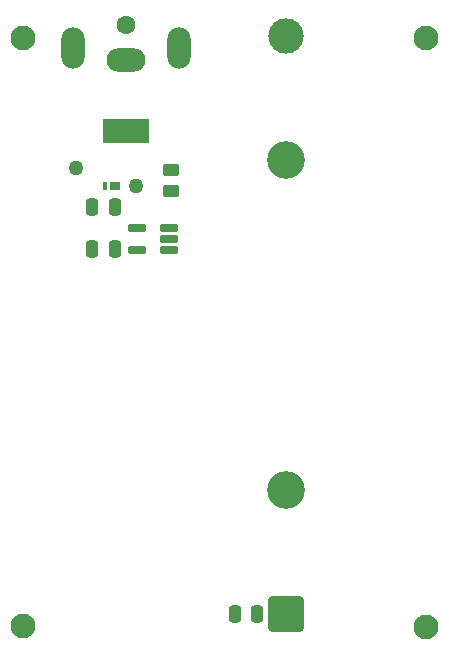
<source format=gbr>
%TF.GenerationSoftware,KiCad,Pcbnew,9.0.2*%
%TF.CreationDate,2025-06-25T22:40:44-04:00*%
%TF.ProjectId,NK_BMS,4e4b5f42-4d53-42e6-9b69-6361645f7063,rev?*%
%TF.SameCoordinates,Original*%
%TF.FileFunction,Soldermask,Bot*%
%TF.FilePolarity,Negative*%
%FSLAX46Y46*%
G04 Gerber Fmt 4.6, Leading zero omitted, Abs format (unit mm)*
G04 Created by KiCad (PCBNEW 9.0.2) date 2025-06-25 22:40:44*
%MOMM*%
%LPD*%
G01*
G04 APERTURE LIST*
G04 Aperture macros list*
%AMRoundRect*
0 Rectangle with rounded corners*
0 $1 Rounding radius*
0 $2 $3 $4 $5 $6 $7 $8 $9 X,Y pos of 4 corners*
0 Add a 4 corners polygon primitive as box body*
4,1,4,$2,$3,$4,$5,$6,$7,$8,$9,$2,$3,0*
0 Add four circle primitives for the rounded corners*
1,1,$1+$1,$2,$3*
1,1,$1+$1,$4,$5*
1,1,$1+$1,$6,$7*
1,1,$1+$1,$8,$9*
0 Add four rect primitives between the rounded corners*
20,1,$1+$1,$2,$3,$4,$5,0*
20,1,$1+$1,$4,$5,$6,$7,0*
20,1,$1+$1,$6,$7,$8,$9,0*
20,1,$1+$1,$8,$9,$2,$3,0*%
G04 Aperture macros list end*
%ADD10C,2.100000*%
%ADD11C,1.270000*%
%ADD12C,3.200000*%
%ADD13RoundRect,0.250000X1.250000X-1.250000X1.250000X1.250000X-1.250000X1.250000X-1.250000X-1.250000X0*%
%ADD14C,3.000000*%
%ADD15C,1.600000*%
%ADD16R,4.000000X2.000000*%
%ADD17O,3.300000X2.000000*%
%ADD18O,2.000000X3.500000*%
%ADD19RoundRect,0.250000X-0.250000X-0.475000X0.250000X-0.475000X0.250000X0.475000X-0.250000X0.475000X0*%
%ADD20RoundRect,0.162500X0.617500X0.162500X-0.617500X0.162500X-0.617500X-0.162500X0.617500X-0.162500X0*%
%ADD21RoundRect,0.075000X0.390000X0.275000X-0.390000X0.275000X-0.390000X-0.275000X0.390000X-0.275000X0*%
%ADD22RoundRect,0.075000X0.075000X0.275000X-0.075000X0.275000X-0.075000X-0.275000X0.075000X-0.275000X0*%
%ADD23RoundRect,0.250000X0.450000X-0.262500X0.450000X0.262500X-0.450000X0.262500X-0.450000X-0.262500X0*%
G04 APERTURE END LIST*
D10*
%TO.C,H2*%
X118800000Y-70100000D03*
%TD*%
%TO.C,H4*%
X152900000Y-70100000D03*
%TD*%
%TO.C,H3*%
X152900000Y-120000000D03*
%TD*%
%TO.C,H1*%
X118800000Y-119900000D03*
%TD*%
D11*
%TO.C,F1*%
X123250000Y-81100000D03*
X128350000Y-82700000D03*
%TD*%
D12*
%TO.C,CN2*%
X141100000Y-108382500D03*
X141100000Y-80482500D03*
D13*
X141100000Y-118882500D03*
D14*
X141100000Y-69982500D03*
%TD*%
D15*
%TO.C,CN1*%
X127500000Y-69000000D03*
D16*
X127500000Y-78000000D03*
D17*
X127500000Y-72000000D03*
D18*
X132000000Y-71000000D03*
X123000000Y-71000000D03*
%TD*%
D19*
%TO.C,C3*%
X136700000Y-118900000D03*
X138600000Y-118900000D03*
%TD*%
%TO.C,C1*%
X124650000Y-84400000D03*
X126550000Y-84400000D03*
%TD*%
D20*
%TO.C,U1*%
X131150000Y-86200000D03*
X131150000Y-87150000D03*
X131150000Y-88100000D03*
X128450000Y-88100000D03*
X128450000Y-86200000D03*
%TD*%
D19*
%TO.C,C2*%
X124650000Y-88000000D03*
X126550000Y-88000000D03*
%TD*%
D21*
%TO.C,D1*%
X126585000Y-82700000D03*
D22*
X125700000Y-82700000D03*
%TD*%
D23*
%TO.C,R2*%
X131300000Y-83112500D03*
X131300000Y-81287500D03*
%TD*%
M02*

</source>
